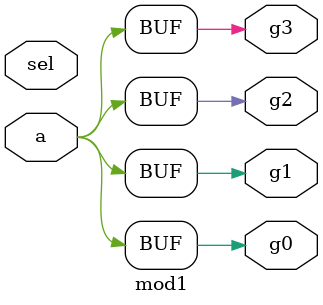
<source format=v>

module mod1 ( sel, g0, g1, g2, g3, a );
  input [1:0] sel;
  input a;
  output g0, g1, g2, g3;
  wire   a;
  assign g3 = a;
  assign g2 = a;
  assign g1 = a;
  assign g0 = a;

endmodule


</source>
